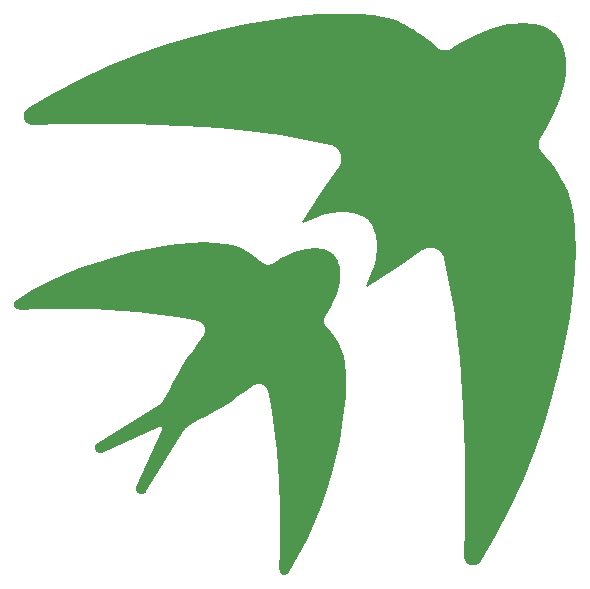
<source format=gts>
G04 #@! TF.GenerationSoftware,KiCad,Pcbnew,(6.0.10-0)*
G04 #@! TF.CreationDate,2023-08-25T18:06:36+02:00*
G04 #@! TF.ProjectId,SwiftLeeds,53776966-744c-4656-9564-732e6b696361,rev?*
G04 #@! TF.SameCoordinates,Original*
G04 #@! TF.FileFunction,Soldermask,Top*
G04 #@! TF.FilePolarity,Negative*
%FSLAX46Y46*%
G04 Gerber Fmt 4.6, Leading zero omitted, Abs format (unit mm)*
G04 Created by KiCad (PCBNEW (6.0.10-0)) date 2023-08-25 18:06:36*
%MOMM*%
%LPD*%
G01*
G04 APERTURE LIST*
%ADD10C,0.000000*%
G04 APERTURE END LIST*
D10*
G36*
X227328829Y-48257714D02*
G01*
X228693367Y-48377241D01*
X229824548Y-48587926D01*
X230295054Y-48726581D01*
X230698129Y-48886978D01*
X230975816Y-49021369D01*
X231243445Y-49156574D01*
X231501191Y-49292476D01*
X231749229Y-49428960D01*
X231987732Y-49565909D01*
X232216875Y-49703207D01*
X232436832Y-49840737D01*
X232647779Y-49978384D01*
X232849888Y-50116030D01*
X233043336Y-50253561D01*
X233228295Y-50390859D01*
X233404942Y-50527808D01*
X233573449Y-50664292D01*
X233733992Y-50800194D01*
X233886744Y-50935399D01*
X234031881Y-51069790D01*
X234062218Y-51098742D01*
X234093660Y-51126066D01*
X234126148Y-51151762D01*
X234159624Y-51175830D01*
X234194031Y-51198271D01*
X234229310Y-51219083D01*
X234302251Y-51255825D01*
X234377982Y-51286056D01*
X234456040Y-51309776D01*
X234535957Y-51326984D01*
X234617270Y-51337681D01*
X234699513Y-51341867D01*
X234782221Y-51339541D01*
X234864930Y-51330705D01*
X234947173Y-51315357D01*
X235028486Y-51293497D01*
X235108404Y-51265127D01*
X235186461Y-51230245D01*
X235262193Y-51188853D01*
X235976180Y-50756331D01*
X236659936Y-50379677D01*
X237313927Y-50056160D01*
X237938617Y-49783047D01*
X238534472Y-49557605D01*
X239101956Y-49377103D01*
X239641535Y-49238807D01*
X240153674Y-49139985D01*
X240638839Y-49077906D01*
X241097493Y-49049836D01*
X241530102Y-49053043D01*
X241937131Y-49084795D01*
X242319046Y-49142359D01*
X242676311Y-49223004D01*
X243009392Y-49323996D01*
X243318753Y-49442603D01*
X243363838Y-49465838D01*
X243409678Y-49490817D01*
X243456100Y-49517424D01*
X243502928Y-49545542D01*
X243549989Y-49575056D01*
X243597109Y-49605848D01*
X243644111Y-49637804D01*
X243690824Y-49670806D01*
X243737071Y-49704738D01*
X243782678Y-49739484D01*
X243827472Y-49774927D01*
X243871277Y-49810952D01*
X243913920Y-49847442D01*
X243955226Y-49884281D01*
X243995020Y-49921353D01*
X244033128Y-49958540D01*
X244076856Y-49996212D01*
X244118783Y-50034815D01*
X244158965Y-50074347D01*
X244197461Y-50114810D01*
X244234329Y-50156203D01*
X244269627Y-50198526D01*
X244303414Y-50241779D01*
X244335747Y-50285962D01*
X244366685Y-50331076D01*
X244396286Y-50377119D01*
X244424608Y-50424093D01*
X244451709Y-50471997D01*
X244477647Y-50520831D01*
X244502481Y-50570596D01*
X244526268Y-50621290D01*
X244549068Y-50672915D01*
X244674214Y-50982275D01*
X244780060Y-51315355D01*
X244864047Y-51672620D01*
X244923616Y-52054534D01*
X244956211Y-52461563D01*
X244959273Y-52894172D01*
X244930243Y-53352826D01*
X244866565Y-53837990D01*
X244765680Y-54350129D01*
X244625029Y-54889708D01*
X244442056Y-55457193D01*
X244214202Y-56053048D01*
X243938909Y-56677738D01*
X243613619Y-57331729D01*
X243235774Y-58015486D01*
X242802816Y-58729473D01*
X242761424Y-58804769D01*
X242726543Y-58881635D01*
X242698172Y-58959779D01*
X242676313Y-59038912D01*
X242660966Y-59118742D01*
X242652129Y-59198979D01*
X242649804Y-59279333D01*
X242653989Y-59359512D01*
X242664686Y-59439226D01*
X242681895Y-59518185D01*
X242705614Y-59596097D01*
X242735845Y-59672671D01*
X242772587Y-59747618D01*
X242815840Y-59820647D01*
X242839909Y-59856351D01*
X242865605Y-59891466D01*
X242892929Y-59925956D01*
X242921881Y-59959786D01*
X243191477Y-60257674D01*
X243463863Y-60586724D01*
X243738110Y-60948330D01*
X244013287Y-61343887D01*
X244288464Y-61774791D01*
X244562710Y-62242437D01*
X244835097Y-62748220D01*
X244970302Y-63015849D01*
X245104693Y-63293536D01*
X245410284Y-64166680D01*
X245625823Y-65296670D01*
X245748693Y-66659437D01*
X245776278Y-68230912D01*
X245705963Y-69987029D01*
X245535130Y-71903718D01*
X245261164Y-73956913D01*
X244881449Y-76122545D01*
X244393369Y-78376545D01*
X243794307Y-80694847D01*
X243081647Y-83053381D01*
X242252774Y-85428081D01*
X241305070Y-87794878D01*
X240235920Y-90129703D01*
X239042709Y-92408490D01*
X237722818Y-94607169D01*
X237722816Y-94607166D01*
X237683797Y-94657386D01*
X237641348Y-94703827D01*
X237595760Y-94746431D01*
X237547323Y-94785140D01*
X237496328Y-94819896D01*
X237443066Y-94850640D01*
X237387827Y-94877315D01*
X237330903Y-94899862D01*
X237272583Y-94918224D01*
X237213158Y-94932341D01*
X237152920Y-94942156D01*
X237092158Y-94947612D01*
X237031164Y-94948649D01*
X236970227Y-94945209D01*
X236909640Y-94937235D01*
X236849692Y-94924668D01*
X236791575Y-94900057D01*
X236736365Y-94871027D01*
X236684179Y-94837812D01*
X236635131Y-94800644D01*
X236589340Y-94759755D01*
X236546920Y-94715377D01*
X236507988Y-94667745D01*
X236472661Y-94617089D01*
X236441054Y-94563643D01*
X236413285Y-94507638D01*
X236389468Y-94449309D01*
X236369721Y-94388886D01*
X236354160Y-94326603D01*
X236342901Y-94262692D01*
X236336061Y-94197386D01*
X236333755Y-94130917D01*
X236413750Y-91673363D01*
X236444678Y-88976055D01*
X236408169Y-85573203D01*
X236258178Y-81669917D01*
X235948662Y-77471304D01*
X235719693Y-75325347D01*
X235433577Y-73182474D01*
X235084558Y-71068323D01*
X234666880Y-69008534D01*
X234645983Y-68928201D01*
X234620633Y-68850956D01*
X234591023Y-68776865D01*
X234557351Y-68705994D01*
X234519814Y-68638407D01*
X234478606Y-68574171D01*
X234433925Y-68513350D01*
X234385966Y-68456009D01*
X234334927Y-68402215D01*
X234281002Y-68352033D01*
X234224388Y-68305528D01*
X234165282Y-68262765D01*
X234103879Y-68223811D01*
X234040377Y-68188729D01*
X233974970Y-68157587D01*
X233907856Y-68130448D01*
X233839230Y-68107379D01*
X233769289Y-68088445D01*
X233698228Y-68073711D01*
X233626245Y-68063243D01*
X233553535Y-68057106D01*
X233480294Y-68055366D01*
X233406720Y-68058087D01*
X233333007Y-68065336D01*
X233259352Y-68077178D01*
X233185952Y-68093677D01*
X233113002Y-68114901D01*
X233040699Y-68140913D01*
X232969239Y-68171780D01*
X232898818Y-68207566D01*
X232829633Y-68248337D01*
X232761879Y-68294159D01*
X232181450Y-68705452D01*
X231601021Y-69106513D01*
X231020591Y-69498272D01*
X230440161Y-69881659D01*
X229279302Y-70627040D01*
X228118442Y-71350097D01*
X228114722Y-71349981D01*
X228111010Y-71349641D01*
X228107313Y-71349083D01*
X228103637Y-71348314D01*
X228099990Y-71347341D01*
X228096380Y-71346172D01*
X228092813Y-71344815D01*
X228089297Y-71343275D01*
X228085840Y-71341561D01*
X228082447Y-71339680D01*
X228079127Y-71337640D01*
X228075888Y-71335446D01*
X228072735Y-71333107D01*
X228069677Y-71330631D01*
X228066720Y-71328023D01*
X228063873Y-71325292D01*
X228061142Y-71322444D01*
X228058534Y-71319488D01*
X228056057Y-71316430D01*
X228053719Y-71313277D01*
X228051525Y-71310037D01*
X228049484Y-71306717D01*
X228047603Y-71303325D01*
X228045890Y-71299867D01*
X228044350Y-71296351D01*
X228042993Y-71292784D01*
X228041824Y-71289174D01*
X228040851Y-71285527D01*
X228040082Y-71281851D01*
X228039524Y-71278153D01*
X228039183Y-71274441D01*
X228039068Y-71270722D01*
X228233679Y-70854430D01*
X228401605Y-70453718D01*
X228544067Y-70068354D01*
X228662287Y-69698105D01*
X228757485Y-69342739D01*
X228830881Y-69002024D01*
X228883698Y-68675726D01*
X228917155Y-68363613D01*
X228932474Y-68065453D01*
X228930875Y-67781013D01*
X228913579Y-67510061D01*
X228881808Y-67252364D01*
X228836781Y-67007689D01*
X228779721Y-66775804D01*
X228711847Y-66556476D01*
X228634381Y-66349473D01*
X228618588Y-66305290D01*
X228601051Y-66262037D01*
X228581885Y-66219714D01*
X228561208Y-66178321D01*
X228539136Y-66137859D01*
X228515784Y-66098326D01*
X228491270Y-66059724D01*
X228465710Y-66022052D01*
X228439219Y-65985310D01*
X228411914Y-65949498D01*
X228383912Y-65914616D01*
X228355328Y-65880665D01*
X228326280Y-65847643D01*
X228296882Y-65815552D01*
X228267252Y-65784391D01*
X228237506Y-65754160D01*
X228094259Y-65636338D01*
X228024728Y-65579753D01*
X227989876Y-65552448D01*
X227954733Y-65525958D01*
X227919124Y-65500397D01*
X227882876Y-65475883D01*
X227845815Y-65452532D01*
X227807765Y-65430460D01*
X227768552Y-65409783D01*
X227728002Y-65390617D01*
X227685940Y-65373080D01*
X227642193Y-65357286D01*
X227442167Y-65279820D01*
X227228885Y-65211946D01*
X227002116Y-65154886D01*
X226761627Y-65109860D01*
X226507186Y-65078088D01*
X226238559Y-65060793D01*
X225955514Y-65059194D01*
X225657820Y-65074513D01*
X225345242Y-65107970D01*
X225017549Y-65160786D01*
X224674508Y-65234183D01*
X224315886Y-65329380D01*
X223941452Y-65447600D01*
X223550972Y-65590062D01*
X223144213Y-65757988D01*
X222720945Y-65952598D01*
X222717112Y-65952483D01*
X222713077Y-65952143D01*
X222708867Y-65951584D01*
X222704511Y-65950815D01*
X222700039Y-65949842D01*
X222695481Y-65948674D01*
X222690864Y-65947316D01*
X222686217Y-65945777D01*
X222681571Y-65944063D01*
X222676954Y-65942182D01*
X222672395Y-65940141D01*
X222667924Y-65937948D01*
X222663568Y-65935609D01*
X222659358Y-65933132D01*
X222655322Y-65930524D01*
X222651490Y-65927793D01*
X222647891Y-65924946D01*
X222644553Y-65921989D01*
X222641505Y-65918931D01*
X222638778Y-65915778D01*
X222636399Y-65912538D01*
X222634398Y-65909219D01*
X222632804Y-65905826D01*
X222631646Y-65902368D01*
X222630953Y-65898852D01*
X222630755Y-65895285D01*
X222631079Y-65891675D01*
X222631956Y-65888028D01*
X222633415Y-65884352D01*
X222635483Y-65880655D01*
X222638191Y-65876943D01*
X222641568Y-65873223D01*
X223364625Y-64712363D01*
X224110005Y-63551504D01*
X224493393Y-62971074D01*
X224885152Y-62390645D01*
X225286213Y-61810215D01*
X225697507Y-61229786D01*
X225743216Y-61162032D01*
X225783664Y-61092847D01*
X225818938Y-61022426D01*
X225849124Y-60950966D01*
X225874312Y-60878663D01*
X225894586Y-60805713D01*
X225910036Y-60732313D01*
X225920747Y-60658658D01*
X225926808Y-60584945D01*
X225928304Y-60511370D01*
X225925325Y-60438130D01*
X225917956Y-60365420D01*
X225906285Y-60293437D01*
X225890399Y-60222376D01*
X225870386Y-60152435D01*
X225846332Y-60083809D01*
X225818325Y-60016695D01*
X225786452Y-59951288D01*
X225750800Y-59887785D01*
X225711456Y-59826383D01*
X225668508Y-59767277D01*
X225622043Y-59710663D01*
X225572148Y-59656738D01*
X225518910Y-59605699D01*
X225462417Y-59557740D01*
X225402755Y-59513059D01*
X225340011Y-59471852D01*
X225274274Y-59434314D01*
X225205630Y-59400642D01*
X225134167Y-59371033D01*
X225059971Y-59345682D01*
X224983130Y-59324786D01*
X222923779Y-58907108D01*
X220810827Y-58558089D01*
X218669737Y-58271972D01*
X216525972Y-58043004D01*
X214404997Y-57865428D01*
X212332275Y-57733488D01*
X210333269Y-57641430D01*
X208433443Y-57583497D01*
X205033186Y-57546988D01*
X202335211Y-57577916D01*
X199860943Y-57657911D01*
X199827578Y-57660824D01*
X199794475Y-57662145D01*
X199761662Y-57661912D01*
X199729169Y-57660159D01*
X199697024Y-57656924D01*
X199665258Y-57652243D01*
X199633898Y-57646152D01*
X199602975Y-57638688D01*
X199572516Y-57629886D01*
X199542552Y-57619784D01*
X199513111Y-57608417D01*
X199484222Y-57595822D01*
X199455915Y-57582035D01*
X199428218Y-57567093D01*
X199401161Y-57551032D01*
X199374772Y-57533888D01*
X199349080Y-57515697D01*
X199324116Y-57496497D01*
X199299907Y-57476322D01*
X199276483Y-57455211D01*
X199253873Y-57433198D01*
X199232106Y-57410320D01*
X199211211Y-57386614D01*
X199191217Y-57362116D01*
X199172153Y-57336862D01*
X199154049Y-57310888D01*
X199136932Y-57284232D01*
X199120834Y-57256928D01*
X199105781Y-57229015D01*
X199091804Y-57200527D01*
X199078932Y-57171501D01*
X199067194Y-57141974D01*
X199056840Y-57112098D01*
X199048086Y-57082026D01*
X199040902Y-57051794D01*
X199035258Y-57021439D01*
X199031125Y-56990996D01*
X199028475Y-56960502D01*
X199027278Y-56929994D01*
X199027506Y-56899508D01*
X199029129Y-56869080D01*
X199032118Y-56838746D01*
X199036444Y-56808543D01*
X199042079Y-56778507D01*
X199048992Y-56748675D01*
X199057155Y-56719083D01*
X199066539Y-56689766D01*
X199077115Y-56660763D01*
X199088854Y-56632108D01*
X199101726Y-56603838D01*
X199115703Y-56575989D01*
X199130756Y-56548599D01*
X199146854Y-56521703D01*
X199163971Y-56495337D01*
X199182075Y-56469538D01*
X199201139Y-56444342D01*
X199221133Y-56419785D01*
X199242028Y-56395905D01*
X199263795Y-56372736D01*
X199286405Y-56350316D01*
X199309829Y-56328681D01*
X199334038Y-56307867D01*
X199359002Y-56287911D01*
X199384694Y-56268849D01*
X201576798Y-54949394D01*
X203850700Y-53757374D01*
X206182157Y-52689998D01*
X208546925Y-51744474D01*
X210920763Y-50918013D01*
X213279426Y-50207825D01*
X215598674Y-49611117D01*
X217854263Y-49125101D01*
X220021950Y-48746985D01*
X222077493Y-48473978D01*
X223996649Y-48303292D01*
X225755175Y-48232133D01*
X227328829Y-48257714D01*
G37*
G36*
X215251556Y-67632997D02*
G01*
X216073289Y-67705977D01*
X216755495Y-67834302D01*
X217039771Y-67918711D01*
X217283758Y-68016345D01*
X217444698Y-68098201D01*
X217600173Y-68180056D01*
X217750299Y-68261912D01*
X217895193Y-68343767D01*
X218034972Y-68425623D01*
X218169750Y-68507478D01*
X218299645Y-68589334D01*
X218424773Y-68671189D01*
X218545250Y-68753045D01*
X218661193Y-68834900D01*
X218772717Y-68916756D01*
X218879939Y-68998611D01*
X218982975Y-69080467D01*
X219081942Y-69162322D01*
X219176955Y-69244178D01*
X219268132Y-69326033D01*
X219287078Y-69344170D01*
X219306686Y-69361370D01*
X219326918Y-69377625D01*
X219347740Y-69392928D01*
X219391003Y-69420649D01*
X219436184Y-69444475D01*
X219482993Y-69464348D01*
X219531140Y-69480209D01*
X219580333Y-69492001D01*
X219630281Y-69499666D01*
X219680695Y-69503144D01*
X219731283Y-69502379D01*
X219781755Y-69497311D01*
X219831820Y-69487884D01*
X219856609Y-69481517D01*
X219881187Y-69474038D01*
X219905518Y-69465439D01*
X219929566Y-69455715D01*
X219953294Y-69444857D01*
X219976666Y-69432858D01*
X219999645Y-69419711D01*
X220022196Y-69405408D01*
X220444999Y-69147022D01*
X220850362Y-68921484D01*
X221238516Y-68727223D01*
X221609695Y-68562669D01*
X221964131Y-68426253D01*
X222302056Y-68316405D01*
X222623703Y-68231555D01*
X222929304Y-68170134D01*
X223219093Y-68130573D01*
X223493301Y-68111301D01*
X223752161Y-68110748D01*
X223995906Y-68127346D01*
X224224768Y-68159524D01*
X224438980Y-68205713D01*
X224638774Y-68264343D01*
X224824383Y-68333845D01*
X224861125Y-68349183D01*
X224896937Y-68365393D01*
X224931818Y-68382418D01*
X224965769Y-68400198D01*
X224998790Y-68418675D01*
X225030881Y-68437792D01*
X225062042Y-68457491D01*
X225092272Y-68477712D01*
X225121573Y-68498399D01*
X225149943Y-68519493D01*
X225177383Y-68540935D01*
X225203893Y-68562668D01*
X225229473Y-68584634D01*
X225254122Y-68606774D01*
X225277842Y-68629030D01*
X225300632Y-68651345D01*
X225389309Y-68770407D01*
X225432485Y-68829938D01*
X225474265Y-68889470D01*
X225514185Y-68949001D01*
X225551779Y-69008532D01*
X225569559Y-69038298D01*
X225586583Y-69068064D01*
X225602793Y-69097829D01*
X225618131Y-69127595D01*
X225687632Y-69312768D01*
X225746263Y-69511370D01*
X225792452Y-69723809D01*
X225824630Y-69950491D01*
X225841228Y-70191823D01*
X225840676Y-70448212D01*
X225821404Y-70720066D01*
X225781842Y-71007791D01*
X225720422Y-71311793D01*
X225635573Y-71632481D01*
X225525725Y-71970261D01*
X225389309Y-72325540D01*
X225224756Y-72698724D01*
X225030495Y-73090222D01*
X224804957Y-73500439D01*
X224546572Y-73929784D01*
X224532269Y-73952334D01*
X224519122Y-73975313D01*
X224507122Y-73998685D01*
X224496264Y-74022413D01*
X224486539Y-74046461D01*
X224477941Y-74070792D01*
X224470462Y-74095370D01*
X224464095Y-74120159D01*
X224458832Y-74145122D01*
X224454667Y-74170223D01*
X224451592Y-74195427D01*
X224449599Y-74220695D01*
X224448682Y-74245993D01*
X224448834Y-74271283D01*
X224450046Y-74296530D01*
X224452312Y-74321697D01*
X224455625Y-74346748D01*
X224459976Y-74371646D01*
X224465360Y-74396355D01*
X224471768Y-74420838D01*
X224479194Y-74445061D01*
X224487630Y-74468985D01*
X224497068Y-74492575D01*
X224507503Y-74515794D01*
X224518925Y-74538607D01*
X224531329Y-74560976D01*
X224544706Y-74582865D01*
X224559050Y-74604239D01*
X224574353Y-74625060D01*
X224590608Y-74645292D01*
X224607808Y-74664900D01*
X224625945Y-74683846D01*
X224708237Y-74768482D01*
X224791284Y-74858641D01*
X224874913Y-74954265D01*
X224958949Y-75055296D01*
X225043217Y-75161675D01*
X225127543Y-75273344D01*
X225211753Y-75390246D01*
X225295672Y-75512322D01*
X225379126Y-75639514D01*
X225461941Y-75771764D01*
X225543942Y-75909013D01*
X225624954Y-76051204D01*
X225704804Y-76198278D01*
X225783316Y-76350178D01*
X225860318Y-76506845D01*
X225935633Y-76668220D01*
X226117676Y-77196485D01*
X226246001Y-77878697D01*
X226318981Y-78700440D01*
X226334988Y-79647294D01*
X226292394Y-80704841D01*
X226189571Y-81858663D01*
X226024891Y-83094341D01*
X225796727Y-84397458D01*
X225503450Y-85753595D01*
X225143433Y-87148334D01*
X224715048Y-88567256D01*
X224216668Y-89995944D01*
X223646664Y-91419978D01*
X223003409Y-92824941D01*
X222285274Y-94196413D01*
X221490633Y-95519978D01*
X221490632Y-95519976D01*
X221482732Y-95538230D01*
X221473947Y-95555787D01*
X221464318Y-95572647D01*
X221453890Y-95588809D01*
X221442706Y-95604273D01*
X221430810Y-95619039D01*
X221418245Y-95633108D01*
X221405056Y-95646479D01*
X221391285Y-95659153D01*
X221376976Y-95671129D01*
X221362173Y-95682407D01*
X221346920Y-95692988D01*
X221315236Y-95712056D01*
X221282273Y-95728335D01*
X221248379Y-95741822D01*
X221213905Y-95752519D01*
X221179198Y-95760426D01*
X221144607Y-95765542D01*
X221110481Y-95767867D01*
X221077169Y-95767402D01*
X221045019Y-95764147D01*
X221014382Y-95758101D01*
X220996012Y-95750315D01*
X220978114Y-95741853D01*
X220943766Y-95722988D01*
X220911394Y-95701681D01*
X220881056Y-95678107D01*
X220852812Y-95652440D01*
X220826719Y-95624855D01*
X220802835Y-95595525D01*
X220781218Y-95564626D01*
X220761926Y-95532332D01*
X220745019Y-95498816D01*
X220730553Y-95464254D01*
X220718586Y-95428820D01*
X220709178Y-95392689D01*
X220702386Y-95356034D01*
X220698268Y-95319031D01*
X220696882Y-95281853D01*
X220748352Y-93800983D01*
X220770134Y-92178725D01*
X220751453Y-90132302D01*
X220663938Y-87784503D01*
X220479221Y-85258114D01*
X220341545Y-83966320D01*
X220168930Y-82675923D01*
X219957828Y-81402274D01*
X219704694Y-80160720D01*
X219692156Y-80113173D01*
X219676944Y-80067305D01*
X219659173Y-80023166D01*
X219638961Y-79980808D01*
X219616424Y-79940282D01*
X219591677Y-79901637D01*
X219564838Y-79864925D01*
X219536022Y-79830197D01*
X219505345Y-79797504D01*
X219472925Y-79766897D01*
X219438876Y-79738426D01*
X219403316Y-79712143D01*
X219366361Y-79688097D01*
X219328127Y-79666341D01*
X219288730Y-79646925D01*
X219248287Y-79629899D01*
X219206914Y-79615316D01*
X219164726Y-79603225D01*
X219121841Y-79593677D01*
X219078375Y-79586724D01*
X219034443Y-79582415D01*
X218990163Y-79580803D01*
X218945650Y-79581938D01*
X218901021Y-79585871D01*
X218856392Y-79592652D01*
X218811880Y-79602333D01*
X218767599Y-79614964D01*
X218723668Y-79630596D01*
X218680202Y-79649281D01*
X218637317Y-79671069D01*
X218595129Y-79696010D01*
X218553756Y-79724156D01*
X217885502Y-80202733D01*
X217218643Y-80658054D01*
X216550855Y-81092912D01*
X215879811Y-81510096D01*
X215203185Y-81912397D01*
X214518654Y-82302606D01*
X213823890Y-82683513D01*
X213116569Y-83057909D01*
X213079381Y-83080697D01*
X213042310Y-83104416D01*
X213005471Y-83129066D01*
X212968981Y-83154645D01*
X212932956Y-83181155D01*
X212897513Y-83208595D01*
X212862767Y-83236965D01*
X212828834Y-83266266D01*
X212795833Y-83296497D01*
X212763877Y-83327658D01*
X212733084Y-83359749D01*
X212703571Y-83392770D01*
X212675452Y-83426722D01*
X212648845Y-83461604D01*
X212623866Y-83497416D01*
X212600631Y-83534158D01*
X209425632Y-88693729D01*
X209414012Y-88711982D01*
X209401506Y-88729531D01*
X209388156Y-88746367D01*
X209374007Y-88762484D01*
X209359103Y-88777874D01*
X209343486Y-88792530D01*
X209327201Y-88806445D01*
X209310290Y-88819612D01*
X209274769Y-88843670D01*
X209237272Y-88864647D01*
X209198146Y-88882485D01*
X209157742Y-88897126D01*
X209116407Y-88908511D01*
X209074491Y-88916582D01*
X209032342Y-88921281D01*
X208990310Y-88922550D01*
X208948743Y-88920331D01*
X208907989Y-88914566D01*
X208888027Y-88910335D01*
X208868399Y-88905196D01*
X208849149Y-88899142D01*
X208830320Y-88892164D01*
X208794062Y-88868920D01*
X208759782Y-88843873D01*
X208727594Y-88817082D01*
X208697615Y-88788605D01*
X208669962Y-88758500D01*
X208644750Y-88726826D01*
X208622096Y-88693640D01*
X208602117Y-88659001D01*
X208584928Y-88622966D01*
X208570646Y-88585594D01*
X208559387Y-88546943D01*
X208551267Y-88507072D01*
X208546403Y-88466037D01*
X208544911Y-88423898D01*
X208545466Y-88402433D01*
X208546907Y-88380713D01*
X208549249Y-88358746D01*
X208552507Y-88336539D01*
X210775008Y-83454779D01*
X210778498Y-83447338D01*
X210781539Y-83439906D01*
X210784143Y-83432487D01*
X210786325Y-83425091D01*
X210788101Y-83417723D01*
X210789484Y-83410392D01*
X210790489Y-83403105D01*
X210791131Y-83395868D01*
X210791424Y-83388690D01*
X210791383Y-83381576D01*
X210791022Y-83374536D01*
X210790356Y-83367575D01*
X210789399Y-83360702D01*
X210788166Y-83353923D01*
X210786672Y-83347246D01*
X210784930Y-83340678D01*
X210782956Y-83334226D01*
X210780763Y-83327897D01*
X210775783Y-83315640D01*
X210770105Y-83303965D01*
X210763846Y-83292928D01*
X210757121Y-83282590D01*
X210750048Y-83273007D01*
X210742742Y-83264238D01*
X210735320Y-83256341D01*
X210727423Y-83248919D01*
X210718654Y-83241614D01*
X210709072Y-83234541D01*
X210698733Y-83227817D01*
X210687697Y-83221558D01*
X210676022Y-83215880D01*
X210663765Y-83210900D01*
X210650985Y-83206733D01*
X210637739Y-83203497D01*
X210624087Y-83201307D01*
X210610086Y-83200280D01*
X210602973Y-83200239D01*
X210595794Y-83200532D01*
X210588558Y-83201174D01*
X210581270Y-83202179D01*
X210573939Y-83203563D01*
X210566571Y-83205338D01*
X210559175Y-83207521D01*
X210551757Y-83210125D01*
X210544324Y-83213165D01*
X210536883Y-83216656D01*
X205655320Y-85439155D01*
X205633001Y-85442414D01*
X205610711Y-85444756D01*
X205588478Y-85446197D01*
X205566333Y-85446752D01*
X205544305Y-85446435D01*
X205522421Y-85445260D01*
X205500712Y-85443242D01*
X205479207Y-85440396D01*
X205457934Y-85436736D01*
X205436923Y-85432276D01*
X205416202Y-85427032D01*
X205395801Y-85421017D01*
X205375749Y-85414247D01*
X205356075Y-85406735D01*
X205336808Y-85398497D01*
X205317977Y-85389546D01*
X205299611Y-85379898D01*
X205281739Y-85369567D01*
X205264390Y-85358567D01*
X205247593Y-85346913D01*
X205231378Y-85334620D01*
X205215774Y-85321701D01*
X205200809Y-85308173D01*
X205186512Y-85294048D01*
X205172913Y-85279342D01*
X205160041Y-85264070D01*
X205147924Y-85248245D01*
X205136592Y-85231882D01*
X205126075Y-85214996D01*
X205116400Y-85197601D01*
X205107597Y-85179713D01*
X205099695Y-85161344D01*
X205092718Y-85139024D01*
X205086663Y-85116725D01*
X205081524Y-85094470D01*
X205077293Y-85072280D01*
X205073964Y-85050177D01*
X205071528Y-85028184D01*
X205069979Y-85006321D01*
X205069309Y-84984611D01*
X205069512Y-84963075D01*
X205070579Y-84941736D01*
X205072503Y-84920614D01*
X205075278Y-84899732D01*
X205078896Y-84879112D01*
X205083349Y-84858776D01*
X205088631Y-84838744D01*
X205094734Y-84819040D01*
X205101651Y-84799684D01*
X205109375Y-84780699D01*
X205117898Y-84762107D01*
X205127213Y-84743928D01*
X205137313Y-84726186D01*
X205148190Y-84708901D01*
X205159838Y-84692096D01*
X205172249Y-84675793D01*
X205185416Y-84660012D01*
X205199331Y-84644777D01*
X205213987Y-84630109D01*
X205229377Y-84616029D01*
X205245494Y-84602559D01*
X205262331Y-84589722D01*
X205279880Y-84577539D01*
X205298133Y-84566031D01*
X210457507Y-81391031D01*
X210494249Y-81367796D01*
X210530061Y-81342816D01*
X210564943Y-81316209D01*
X210598894Y-81288091D01*
X210631916Y-81258577D01*
X210664007Y-81227784D01*
X210695168Y-81195828D01*
X210725398Y-81162826D01*
X210754699Y-81128894D01*
X210783069Y-81094148D01*
X210810510Y-81058704D01*
X210837020Y-81022679D01*
X210862599Y-80986189D01*
X210887249Y-80949351D01*
X210910968Y-80912279D01*
X210933757Y-80875091D01*
X211308153Y-80167771D01*
X211689060Y-79473008D01*
X212079269Y-78788476D01*
X212481570Y-78111851D01*
X212898753Y-77440806D01*
X213333611Y-76773018D01*
X213788932Y-76106160D01*
X214267507Y-75437906D01*
X214295654Y-75396533D01*
X214320595Y-75354346D01*
X214342383Y-75311461D01*
X214361068Y-75267995D01*
X214376700Y-75224063D01*
X214389331Y-75179783D01*
X214399012Y-75135270D01*
X214405794Y-75090641D01*
X214409726Y-75046012D01*
X214410861Y-75001500D01*
X214409249Y-74957220D01*
X214404941Y-74913288D01*
X214397988Y-74869822D01*
X214388440Y-74826937D01*
X214376349Y-74784749D01*
X214361765Y-74743376D01*
X214344740Y-74702933D01*
X214325324Y-74663536D01*
X214303567Y-74625302D01*
X214279522Y-74588346D01*
X214253239Y-74552787D01*
X214224768Y-74518738D01*
X214194160Y-74486318D01*
X214161467Y-74455641D01*
X214126740Y-74426825D01*
X214090028Y-74399985D01*
X214051383Y-74375239D01*
X214010856Y-74352701D01*
X213968498Y-74332489D01*
X213924360Y-74314719D01*
X213878492Y-74299506D01*
X213830945Y-74286968D01*
X212589393Y-74033834D01*
X211315750Y-73822733D01*
X210025363Y-73650118D01*
X208733582Y-73512442D01*
X207455753Y-73406160D01*
X206207224Y-73327725D01*
X205003344Y-73273591D01*
X203859460Y-73240211D01*
X201813074Y-73221531D01*
X200190847Y-73243313D01*
X198710007Y-73294782D01*
X198687915Y-73294435D01*
X198666289Y-73293397D01*
X198645127Y-73291676D01*
X198624431Y-73289279D01*
X198604199Y-73286214D01*
X198584433Y-73282487D01*
X198565132Y-73278106D01*
X198546296Y-73273079D01*
X198527925Y-73267412D01*
X198510019Y-73261112D01*
X198492578Y-73254188D01*
X198475603Y-73246646D01*
X198459092Y-73238494D01*
X198443047Y-73229738D01*
X198427466Y-73220387D01*
X198412351Y-73210447D01*
X198397700Y-73199926D01*
X198383515Y-73188830D01*
X198369795Y-73177168D01*
X198356540Y-73164946D01*
X198343750Y-73152172D01*
X198331425Y-73138853D01*
X198319566Y-73124996D01*
X198308171Y-73110608D01*
X198297241Y-73095698D01*
X198286777Y-73080271D01*
X198276778Y-73064336D01*
X198267243Y-73047899D01*
X198258174Y-73030968D01*
X198249570Y-73013551D01*
X198233757Y-72977283D01*
X198230384Y-72958682D01*
X198227701Y-72940096D01*
X198225702Y-72921538D01*
X198224378Y-72903024D01*
X198223722Y-72884568D01*
X198223729Y-72866185D01*
X198224389Y-72847889D01*
X198225695Y-72829695D01*
X198227642Y-72811617D01*
X198230220Y-72793670D01*
X198233424Y-72775869D01*
X198237245Y-72758227D01*
X198246712Y-72723481D01*
X198258562Y-72689549D01*
X198272737Y-72656547D01*
X198289180Y-72624592D01*
X198307832Y-72593799D01*
X198328635Y-72564285D01*
X198351531Y-72536167D01*
X198376461Y-72509560D01*
X198389672Y-72496860D01*
X198403369Y-72484581D01*
X198417545Y-72472739D01*
X198432194Y-72461346D01*
X199755757Y-71666705D01*
X201127224Y-70948570D01*
X202532177Y-70305315D01*
X203956199Y-69735311D01*
X205384871Y-69236930D01*
X206803777Y-68808545D01*
X208198498Y-68448528D01*
X209554617Y-68155252D01*
X210857716Y-67927087D01*
X212093377Y-67762407D01*
X213247182Y-67659584D01*
X214304714Y-67616990D01*
X215251556Y-67632997D01*
G37*
M02*

</source>
